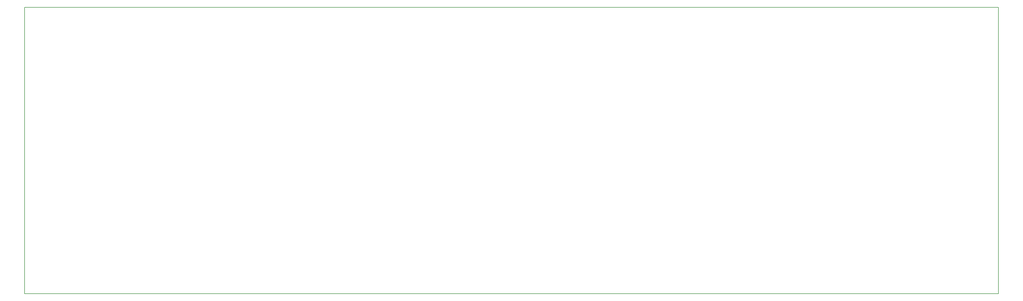
<source format=gbr>
G04 #@! TF.FileFunction,Profile,NP*
%FSLAX46Y46*%
G04 Gerber Fmt 4.6, Leading zero omitted, Abs format (unit mm)*
G04 Created by KiCad (PCBNEW 4.0.2-stable) date 7/14/2016 7:42:20 PM*
%MOMM*%
G01*
G04 APERTURE LIST*
%ADD10C,0.100000*%
%ADD11C,0.150000*%
G04 APERTURE END LIST*
D10*
D11*
X62800000Y-156410000D02*
X388170000Y-156410000D01*
X62800000Y-60660000D02*
X62800000Y-156410000D01*
X388170000Y-156410000D02*
X388170000Y-60660000D01*
X62800000Y-60660000D02*
X388170000Y-60660000D01*
M02*

</source>
